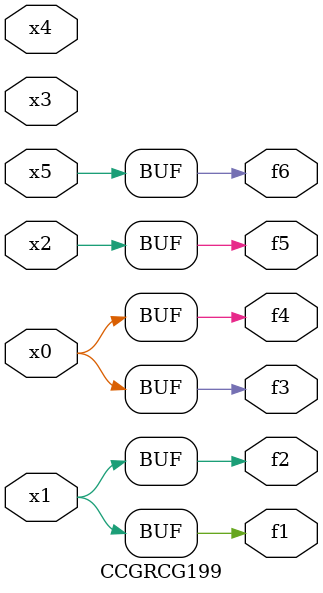
<source format=v>
module CCGRCG199(
	input x0, x1, x2, x3, x4, x5,
	output f1, f2, f3, f4, f5, f6
);
	assign f1 = x1;
	assign f2 = x1;
	assign f3 = x0;
	assign f4 = x0;
	assign f5 = x2;
	assign f6 = x5;
endmodule

</source>
